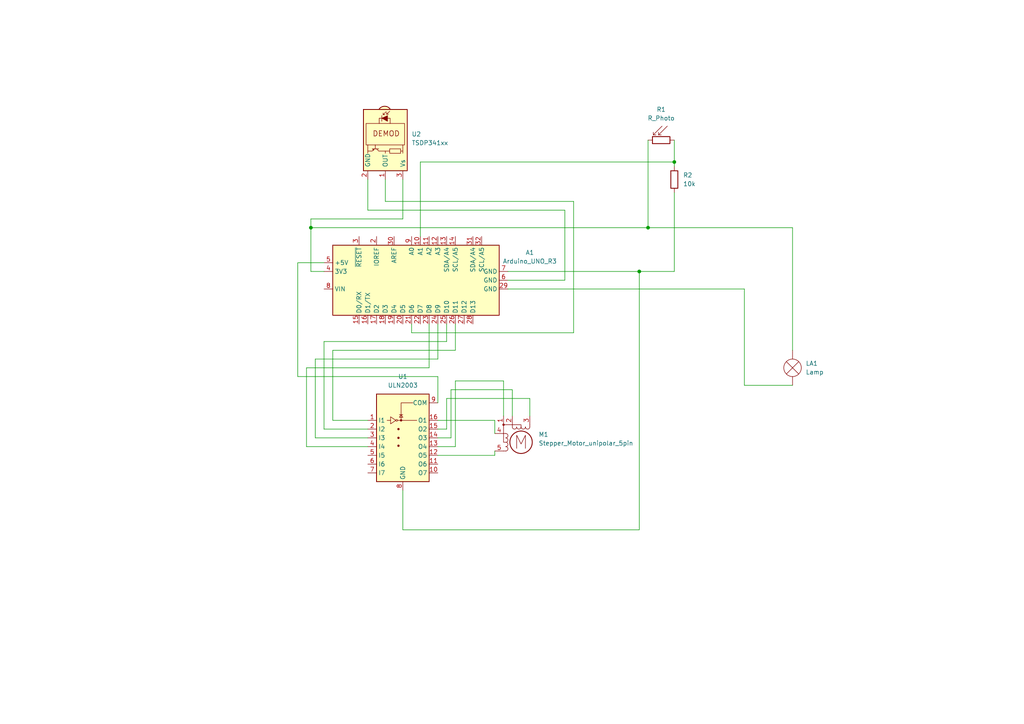
<source format=kicad_sch>
(kicad_sch
	(version 20231120)
	(generator "eeschema")
	(generator_version "8.0")
	(uuid "382047a4-38fb-4802-a530-599cc99b97b7")
	(paper "A4")
	(lib_symbols
		(symbol "Device:Lamp"
			(pin_numbers hide)
			(pin_names
				(offset 0.0254) hide)
			(exclude_from_sim no)
			(in_bom yes)
			(on_board yes)
			(property "Reference" "LA"
				(at 0.635 3.81 0)
				(effects
					(font
						(size 1.27 1.27)
					)
					(justify left)
				)
			)
			(property "Value" "Lamp"
				(at 0.635 -3.81 0)
				(effects
					(font
						(size 1.27 1.27)
					)
					(justify left)
				)
			)
			(property "Footprint" ""
				(at 0 2.54 90)
				(effects
					(font
						(size 1.27 1.27)
					)
					(hide yes)
				)
			)
			(property "Datasheet" "~"
				(at 0 2.54 90)
				(effects
					(font
						(size 1.27 1.27)
					)
					(hide yes)
				)
			)
			(property "Description" "Lamp"
				(at 0 0 0)
				(effects
					(font
						(size 1.27 1.27)
					)
					(hide yes)
				)
			)
			(property "ki_keywords" "lamp"
				(at 0 0 0)
				(effects
					(font
						(size 1.27 1.27)
					)
					(hide yes)
				)
			)
			(symbol "Lamp_0_1"
				(polyline
					(pts
						(xy -1.778 1.778) (xy 1.778 -1.778)
					)
					(stroke
						(width 0)
						(type default)
					)
					(fill
						(type none)
					)
				)
				(polyline
					(pts
						(xy 1.778 1.778) (xy -1.778 -1.778)
					)
					(stroke
						(width 0)
						(type default)
					)
					(fill
						(type none)
					)
				)
				(circle
					(center 0 0)
					(radius 2.54)
					(stroke
						(width 0)
						(type default)
					)
					(fill
						(type none)
					)
				)
			)
			(symbol "Lamp_1_1"
				(pin passive line
					(at 0 -5.08 90)
					(length 2.54)
					(name "-"
						(effects
							(font
								(size 1.27 1.27)
							)
						)
					)
					(number "1"
						(effects
							(font
								(size 1.27 1.27)
							)
						)
					)
				)
				(pin passive line
					(at 0 5.08 270)
					(length 2.54)
					(name "+"
						(effects
							(font
								(size 1.27 1.27)
							)
						)
					)
					(number "2"
						(effects
							(font
								(size 1.27 1.27)
							)
						)
					)
				)
			)
		)
		(symbol "Device:R"
			(pin_numbers hide)
			(pin_names
				(offset 0)
			)
			(exclude_from_sim no)
			(in_bom yes)
			(on_board yes)
			(property "Reference" "R"
				(at 2.032 0 90)
				(effects
					(font
						(size 1.27 1.27)
					)
				)
			)
			(property "Value" "R"
				(at 0 0 90)
				(effects
					(font
						(size 1.27 1.27)
					)
				)
			)
			(property "Footprint" ""
				(at -1.778 0 90)
				(effects
					(font
						(size 1.27 1.27)
					)
					(hide yes)
				)
			)
			(property "Datasheet" "~"
				(at 0 0 0)
				(effects
					(font
						(size 1.27 1.27)
					)
					(hide yes)
				)
			)
			(property "Description" "Resistor"
				(at 0 0 0)
				(effects
					(font
						(size 1.27 1.27)
					)
					(hide yes)
				)
			)
			(property "ki_keywords" "R res resistor"
				(at 0 0 0)
				(effects
					(font
						(size 1.27 1.27)
					)
					(hide yes)
				)
			)
			(property "ki_fp_filters" "R_*"
				(at 0 0 0)
				(effects
					(font
						(size 1.27 1.27)
					)
					(hide yes)
				)
			)
			(symbol "R_0_1"
				(rectangle
					(start -1.016 -2.54)
					(end 1.016 2.54)
					(stroke
						(width 0.254)
						(type default)
					)
					(fill
						(type none)
					)
				)
			)
			(symbol "R_1_1"
				(pin passive line
					(at 0 3.81 270)
					(length 1.27)
					(name "~"
						(effects
							(font
								(size 1.27 1.27)
							)
						)
					)
					(number "1"
						(effects
							(font
								(size 1.27 1.27)
							)
						)
					)
				)
				(pin passive line
					(at 0 -3.81 90)
					(length 1.27)
					(name "~"
						(effects
							(font
								(size 1.27 1.27)
							)
						)
					)
					(number "2"
						(effects
							(font
								(size 1.27 1.27)
							)
						)
					)
				)
			)
		)
		(symbol "Device:R_Photo"
			(pin_numbers hide)
			(pin_names
				(offset 0)
			)
			(exclude_from_sim no)
			(in_bom yes)
			(on_board yes)
			(property "Reference" "R"
				(at 1.27 1.27 0)
				(effects
					(font
						(size 1.27 1.27)
					)
					(justify left)
				)
			)
			(property "Value" "R_Photo"
				(at 1.27 0 0)
				(effects
					(font
						(size 1.27 1.27)
					)
					(justify left top)
				)
			)
			(property "Footprint" ""
				(at 1.27 -6.35 90)
				(effects
					(font
						(size 1.27 1.27)
					)
					(justify left)
					(hide yes)
				)
			)
			(property "Datasheet" "~"
				(at 0 -1.27 0)
				(effects
					(font
						(size 1.27 1.27)
					)
					(hide yes)
				)
			)
			(property "Description" "Photoresistor"
				(at 0 0 0)
				(effects
					(font
						(size 1.27 1.27)
					)
					(hide yes)
				)
			)
			(property "ki_keywords" "resistor variable light sensitive opto LDR"
				(at 0 0 0)
				(effects
					(font
						(size 1.27 1.27)
					)
					(hide yes)
				)
			)
			(property "ki_fp_filters" "*LDR* R?LDR*"
				(at 0 0 0)
				(effects
					(font
						(size 1.27 1.27)
					)
					(hide yes)
				)
			)
			(symbol "R_Photo_0_1"
				(rectangle
					(start -1.016 2.54)
					(end 1.016 -2.54)
					(stroke
						(width 0.254)
						(type default)
					)
					(fill
						(type none)
					)
				)
				(polyline
					(pts
						(xy -1.524 -2.286) (xy -4.064 0.254)
					)
					(stroke
						(width 0)
						(type default)
					)
					(fill
						(type none)
					)
				)
				(polyline
					(pts
						(xy -1.524 -2.286) (xy -2.286 -2.286)
					)
					(stroke
						(width 0)
						(type default)
					)
					(fill
						(type none)
					)
				)
				(polyline
					(pts
						(xy -1.524 -2.286) (xy -1.524 -1.524)
					)
					(stroke
						(width 0)
						(type default)
					)
					(fill
						(type none)
					)
				)
				(polyline
					(pts
						(xy -1.524 -0.762) (xy -4.064 1.778)
					)
					(stroke
						(width 0)
						(type default)
					)
					(fill
						(type none)
					)
				)
				(polyline
					(pts
						(xy -1.524 -0.762) (xy -2.286 -0.762)
					)
					(stroke
						(width 0)
						(type default)
					)
					(fill
						(type none)
					)
				)
				(polyline
					(pts
						(xy -1.524 -0.762) (xy -1.524 0)
					)
					(stroke
						(width 0)
						(type default)
					)
					(fill
						(type none)
					)
				)
			)
			(symbol "R_Photo_1_1"
				(pin passive line
					(at 0 3.81 270)
					(length 1.27)
					(name "~"
						(effects
							(font
								(size 1.27 1.27)
							)
						)
					)
					(number "1"
						(effects
							(font
								(size 1.27 1.27)
							)
						)
					)
				)
				(pin passive line
					(at 0 -3.81 90)
					(length 1.27)
					(name "~"
						(effects
							(font
								(size 1.27 1.27)
							)
						)
					)
					(number "2"
						(effects
							(font
								(size 1.27 1.27)
							)
						)
					)
				)
			)
		)
		(symbol "Interface_Optical:TSDP341xx"
			(pin_names
				(offset 1.016)
			)
			(exclude_from_sim no)
			(in_bom yes)
			(on_board yes)
			(property "Reference" "U"
				(at -10.16 7.62 0)
				(effects
					(font
						(size 1.27 1.27)
					)
					(justify left)
				)
			)
			(property "Value" "TSDP341xx"
				(at -10.16 -7.62 0)
				(effects
					(font
						(size 1.27 1.27)
					)
					(justify left)
				)
			)
			(property "Footprint" "OptoDevice:Vishay_MOLD-3Pin"
				(at -1.27 -9.525 0)
				(effects
					(font
						(size 1.27 1.27)
					)
					(hide yes)
				)
			)
			(property "Datasheet" "http://www.vishay.com/docs/82667/tsdp341.pdf"
				(at 16.51 7.62 0)
				(effects
					(font
						(size 1.27 1.27)
					)
					(hide yes)
				)
			)
			(property "Description" "IR Receiver Modules for Data Transmission"
				(at 0 0 0)
				(effects
					(font
						(size 1.27 1.27)
					)
					(hide yes)
				)
			)
			(property "ki_keywords" "opto IR receiver"
				(at 0 0 0)
				(effects
					(font
						(size 1.27 1.27)
					)
					(hide yes)
				)
			)
			(property "ki_fp_filters" "Vishay*MOLD*"
				(at 0 0 0)
				(effects
					(font
						(size 1.27 1.27)
					)
					(hide yes)
				)
			)
			(symbol "TSDP341xx_0_0"
				(arc
					(start -10.287 1.397)
					(mid -11.0899 -0.1852)
					(end -10.287 -1.778)
					(stroke
						(width 0.254)
						(type default)
					)
					(fill
						(type background)
					)
				)
				(polyline
					(pts
						(xy 1.905 -5.08) (xy 0.127 -5.08)
					)
					(stroke
						(width 0)
						(type default)
					)
					(fill
						(type none)
					)
				)
				(polyline
					(pts
						(xy 1.905 5.08) (xy 0.127 5.08)
					)
					(stroke
						(width 0)
						(type default)
					)
					(fill
						(type none)
					)
				)
				(text "DEMOD"
					(at -3.175 0.254 900)
					(effects
						(font
							(size 1.524 1.524)
						)
					)
				)
			)
			(symbol "TSDP341xx_0_1"
				(rectangle
					(start -6.096 5.588)
					(end 0.127 -5.588)
					(stroke
						(width 0)
						(type default)
					)
					(fill
						(type none)
					)
				)
				(polyline
					(pts
						(xy -8.763 0.381) (xy -9.652 1.27)
					)
					(stroke
						(width 0)
						(type default)
					)
					(fill
						(type none)
					)
				)
				(polyline
					(pts
						(xy -8.763 0.381) (xy -9.271 0.381)
					)
					(stroke
						(width 0)
						(type default)
					)
					(fill
						(type none)
					)
				)
				(polyline
					(pts
						(xy -8.763 0.381) (xy -8.763 0.889)
					)
					(stroke
						(width 0)
						(type default)
					)
					(fill
						(type none)
					)
				)
				(polyline
					(pts
						(xy -8.636 -0.635) (xy -9.525 0.254)
					)
					(stroke
						(width 0)
						(type default)
					)
					(fill
						(type none)
					)
				)
				(polyline
					(pts
						(xy -8.636 -0.635) (xy -9.144 -0.635)
					)
					(stroke
						(width 0)
						(type default)
					)
					(fill
						(type none)
					)
				)
				(polyline
					(pts
						(xy -8.636 -0.635) (xy -8.636 -0.127)
					)
					(stroke
						(width 0)
						(type default)
					)
					(fill
						(type none)
					)
				)
				(polyline
					(pts
						(xy -8.382 -1.016) (xy -6.731 -1.016)
					)
					(stroke
						(width 0)
						(type default)
					)
					(fill
						(type none)
					)
				)
				(polyline
					(pts
						(xy 1.27 -2.921) (xy 0.127 -2.921)
					)
					(stroke
						(width 0)
						(type default)
					)
					(fill
						(type none)
					)
				)
				(polyline
					(pts
						(xy 1.27 -1.905) (xy 1.27 -3.81)
					)
					(stroke
						(width 0)
						(type default)
					)
					(fill
						(type none)
					)
				)
				(polyline
					(pts
						(xy 1.397 -3.556) (xy 1.524 -3.556)
					)
					(stroke
						(width 0)
						(type default)
					)
					(fill
						(type none)
					)
				)
				(polyline
					(pts
						(xy 1.651 -3.556) (xy 1.524 -3.556)
					)
					(stroke
						(width 0)
						(type default)
					)
					(fill
						(type none)
					)
				)
				(polyline
					(pts
						(xy 1.651 -3.556) (xy 1.651 -3.302)
					)
					(stroke
						(width 0)
						(type default)
					)
					(fill
						(type none)
					)
				)
				(polyline
					(pts
						(xy 1.905 0) (xy 1.905 1.27)
					)
					(stroke
						(width 0)
						(type default)
					)
					(fill
						(type none)
					)
				)
				(polyline
					(pts
						(xy 1.905 4.445) (xy 1.905 5.08) (xy 2.54 5.08)
					)
					(stroke
						(width 0)
						(type default)
					)
					(fill
						(type none)
					)
				)
				(polyline
					(pts
						(xy -8.382 0.635) (xy -6.731 0.635) (xy -7.62 -1.016) (xy -8.382 0.635)
					)
					(stroke
						(width 0)
						(type default)
					)
					(fill
						(type outline)
					)
				)
				(polyline
					(pts
						(xy -6.096 1.397) (xy -7.62 1.397) (xy -7.62 -1.778) (xy -6.096 -1.778)
					)
					(stroke
						(width 0)
						(type default)
					)
					(fill
						(type none)
					)
				)
				(polyline
					(pts
						(xy 1.27 -3.175) (xy 1.905 -3.81) (xy 1.905 -5.08) (xy 2.54 -5.08)
					)
					(stroke
						(width 0)
						(type default)
					)
					(fill
						(type none)
					)
				)
				(polyline
					(pts
						(xy 1.27 -2.54) (xy 1.905 -1.905) (xy 1.905 0) (xy 2.54 0)
					)
					(stroke
						(width 0)
						(type default)
					)
					(fill
						(type none)
					)
				)
				(rectangle
					(start 2.54 1.27)
					(end 1.27 4.445)
					(stroke
						(width 0)
						(type default)
					)
					(fill
						(type none)
					)
				)
				(rectangle
					(start 7.62 6.35)
					(end -10.16 -6.35)
					(stroke
						(width 0.254)
						(type default)
					)
					(fill
						(type background)
					)
				)
			)
			(symbol "TSDP341xx_1_1"
				(pin output line
					(at 10.16 0 180)
					(length 2.54)
					(name "OUT"
						(effects
							(font
								(size 1.27 1.27)
							)
						)
					)
					(number "1"
						(effects
							(font
								(size 1.27 1.27)
							)
						)
					)
				)
				(pin power_in line
					(at 10.16 -5.08 180)
					(length 2.54)
					(name "GND"
						(effects
							(font
								(size 1.27 1.27)
							)
						)
					)
					(number "2"
						(effects
							(font
								(size 1.27 1.27)
							)
						)
					)
				)
				(pin power_in line
					(at 10.16 5.08 180)
					(length 2.54)
					(name "Vs"
						(effects
							(font
								(size 1.27 1.27)
							)
						)
					)
					(number "3"
						(effects
							(font
								(size 1.27 1.27)
							)
						)
					)
				)
			)
		)
		(symbol "MCU_Module:Arduino_UNO_R3"
			(exclude_from_sim no)
			(in_bom yes)
			(on_board yes)
			(property "Reference" "A"
				(at -10.16 23.495 0)
				(effects
					(font
						(size 1.27 1.27)
					)
					(justify left bottom)
				)
			)
			(property "Value" "Arduino_UNO_R3"
				(at 5.08 -26.67 0)
				(effects
					(font
						(size 1.27 1.27)
					)
					(justify left top)
				)
			)
			(property "Footprint" "Module:Arduino_UNO_R3"
				(at 0 0 0)
				(effects
					(font
						(size 1.27 1.27)
						(italic yes)
					)
					(hide yes)
				)
			)
			(property "Datasheet" "https://www.arduino.cc/en/Main/arduinoBoardUno"
				(at 0 0 0)
				(effects
					(font
						(size 1.27 1.27)
					)
					(hide yes)
				)
			)
			(property "Description" "Arduino UNO Microcontroller Module, release 3"
				(at 0 0 0)
				(effects
					(font
						(size 1.27 1.27)
					)
					(hide yes)
				)
			)
			(property "ki_keywords" "Arduino UNO R3 Microcontroller Module Atmel AVR USB"
				(at 0 0 0)
				(effects
					(font
						(size 1.27 1.27)
					)
					(hide yes)
				)
			)
			(property "ki_fp_filters" "Arduino*UNO*R3*"
				(at 0 0 0)
				(effects
					(font
						(size 1.27 1.27)
					)
					(hide yes)
				)
			)
			(symbol "Arduino_UNO_R3_0_1"
				(rectangle
					(start -10.16 22.86)
					(end 10.16 -25.4)
					(stroke
						(width 0.254)
						(type default)
					)
					(fill
						(type background)
					)
				)
			)
			(symbol "Arduino_UNO_R3_1_1"
				(pin no_connect line
					(at -10.16 -20.32 0)
					(length 2.54) hide
					(name "NC"
						(effects
							(font
								(size 1.27 1.27)
							)
						)
					)
					(number "1"
						(effects
							(font
								(size 1.27 1.27)
							)
						)
					)
				)
				(pin bidirectional line
					(at 12.7 -2.54 180)
					(length 2.54)
					(name "A1"
						(effects
							(font
								(size 1.27 1.27)
							)
						)
					)
					(number "10"
						(effects
							(font
								(size 1.27 1.27)
							)
						)
					)
				)
				(pin bidirectional line
					(at 12.7 -5.08 180)
					(length 2.54)
					(name "A2"
						(effects
							(font
								(size 1.27 1.27)
							)
						)
					)
					(number "11"
						(effects
							(font
								(size 1.27 1.27)
							)
						)
					)
				)
				(pin bidirectional line
					(at 12.7 -7.62 180)
					(length 2.54)
					(name "A3"
						(effects
							(font
								(size 1.27 1.27)
							)
						)
					)
					(number "12"
						(effects
							(font
								(size 1.27 1.27)
							)
						)
					)
				)
				(pin bidirectional line
					(at 12.7 -10.16 180)
					(length 2.54)
					(name "SDA/A4"
						(effects
							(font
								(size 1.27 1.27)
							)
						)
					)
					(number "13"
						(effects
							(font
								(size 1.27 1.27)
							)
						)
					)
				)
				(pin bidirectional line
					(at 12.7 -12.7 180)
					(length 2.54)
					(name "SCL/A5"
						(effects
							(font
								(size 1.27 1.27)
							)
						)
					)
					(number "14"
						(effects
							(font
								(size 1.27 1.27)
							)
						)
					)
				)
				(pin bidirectional line
					(at -12.7 15.24 0)
					(length 2.54)
					(name "D0/RX"
						(effects
							(font
								(size 1.27 1.27)
							)
						)
					)
					(number "15"
						(effects
							(font
								(size 1.27 1.27)
							)
						)
					)
				)
				(pin bidirectional line
					(at -12.7 12.7 0)
					(length 2.54)
					(name "D1/TX"
						(effects
							(font
								(size 1.27 1.27)
							)
						)
					)
					(number "16"
						(effects
							(font
								(size 1.27 1.27)
							)
						)
					)
				)
				(pin bidirectional line
					(at -12.7 10.16 0)
					(length 2.54)
					(name "D2"
						(effects
							(font
								(size 1.27 1.27)
							)
						)
					)
					(number "17"
						(effects
							(font
								(size 1.27 1.27)
							)
						)
					)
				)
				(pin bidirectional line
					(at -12.7 7.62 0)
					(length 2.54)
					(name "D3"
						(effects
							(font
								(size 1.27 1.27)
							)
						)
					)
					(number "18"
						(effects
							(font
								(size 1.27 1.27)
							)
						)
					)
				)
				(pin bidirectional line
					(at -12.7 5.08 0)
					(length 2.54)
					(name "D4"
						(effects
							(font
								(size 1.27 1.27)
							)
						)
					)
					(number "19"
						(effects
							(font
								(size 1.27 1.27)
							)
						)
					)
				)
				(pin output line
					(at 12.7 10.16 180)
					(length 2.54)
					(name "IOREF"
						(effects
							(font
								(size 1.27 1.27)
							)
						)
					)
					(number "2"
						(effects
							(font
								(size 1.27 1.27)
							)
						)
					)
				)
				(pin bidirectional line
					(at -12.7 2.54 0)
					(length 2.54)
					(name "D5"
						(effects
							(font
								(size 1.27 1.27)
							)
						)
					)
					(number "20"
						(effects
							(font
								(size 1.27 1.27)
							)
						)
					)
				)
				(pin bidirectional line
					(at -12.7 0 0)
					(length 2.54)
					(name "D6"
						(effects
							(font
								(size 1.27 1.27)
							)
						)
					)
					(number "21"
						(effects
							(font
								(size 1.27 1.27)
							)
						)
					)
				)
				(pin bidirectional line
					(at -12.7 -2.54 0)
					(length 2.54)
					(name "D7"
						(effects
							(font
								(size 1.27 1.27)
							)
						)
					)
					(number "22"
						(effects
							(font
								(size 1.27 1.27)
							)
						)
					)
				)
				(pin bidirectional line
					(at -12.7 -5.08 0)
					(length 2.54)
					(name "D8"
						(effects
							(font
								(size 1.27 1.27)
							)
						)
					)
					(number "23"
						(effects
							(font
								(size 1.27 1.27)
							)
						)
					)
				)
				(pin bidirectional line
					(at -12.7 -7.62 0)
					(length 2.54)
					(name "D9"
						(effects
							(font
								(size 1.27 1.27)
							)
						)
					)
					(number "24"
						(effects
							(font
								(size 1.27 1.27)
							)
						)
					)
				)
				(pin bidirectional line
					(at -12.7 -10.16 0)
					(length 2.54)
					(name "D10"
						(effects
							(font
								(size 1.27 1.27)
							)
						)
					)
					(number "25"
						(effects
							(font
								(size 1.27 1.27)
							)
						)
					)
				)
				(pin bidirectional line
					(at -12.7 -12.7 0)
					(length 2.54)
					(name "D11"
						(effects
							(font
								(size 1.27 1.27)
							)
						)
					)
					(number "26"
						(effects
							(font
								(size 1.27 1.27)
							)
						)
					)
				)
				(pin bidirectional line
					(at -12.7 -15.24 0)
					(length 2.54)
					(name "D12"
						(effects
							(font
								(size 1.27 1.27)
							)
						)
					)
					(number "27"
						(effects
							(font
								(size 1.27 1.27)
							)
						)
					)
				)
				(pin bidirectional line
					(at -12.7 -17.78 0)
					(length 2.54)
					(name "D13"
						(effects
							(font
								(size 1.27 1.27)
							)
						)
					)
					(number "28"
						(effects
							(font
								(size 1.27 1.27)
							)
						)
					)
				)
				(pin power_in line
					(at -2.54 -27.94 90)
					(length 2.54)
					(name "GND"
						(effects
							(font
								(size 1.27 1.27)
							)
						)
					)
					(number "29"
						(effects
							(font
								(size 1.27 1.27)
							)
						)
					)
				)
				(pin input line
					(at 12.7 15.24 180)
					(length 2.54)
					(name "~{RESET}"
						(effects
							(font
								(size 1.27 1.27)
							)
						)
					)
					(number "3"
						(effects
							(font
								(size 1.27 1.27)
							)
						)
					)
				)
				(pin input line
					(at 12.7 5.08 180)
					(length 2.54)
					(name "AREF"
						(effects
							(font
								(size 1.27 1.27)
							)
						)
					)
					(number "30"
						(effects
							(font
								(size 1.27 1.27)
							)
						)
					)
				)
				(pin bidirectional line
					(at 12.7 -17.78 180)
					(length 2.54)
					(name "SDA/A4"
						(effects
							(font
								(size 1.27 1.27)
							)
						)
					)
					(number "31"
						(effects
							(font
								(size 1.27 1.27)
							)
						)
					)
				)
				(pin bidirectional line
					(at 12.7 -20.32 180)
					(length 2.54)
					(name "SCL/A5"
						(effects
							(font
								(size 1.27 1.27)
							)
						)
					)
					(number "32"
						(effects
							(font
								(size 1.27 1.27)
							)
						)
					)
				)
				(pin power_out line
					(at 2.54 25.4 270)
					(length 2.54)
					(name "3V3"
						(effects
							(font
								(size 1.27 1.27)
							)
						)
					)
					(number "4"
						(effects
							(font
								(size 1.27 1.27)
							)
						)
					)
				)
				(pin power_out line
					(at 5.08 25.4 270)
					(length 2.54)
					(name "+5V"
						(effects
							(font
								(size 1.27 1.27)
							)
						)
					)
					(number "5"
						(effects
							(font
								(size 1.27 1.27)
							)
						)
					)
				)
				(pin power_in line
					(at 0 -27.94 90)
					(length 2.54)
					(name "GND"
						(effects
							(font
								(size 1.27 1.27)
							)
						)
					)
					(number "6"
						(effects
							(font
								(size 1.27 1.27)
							)
						)
					)
				)
				(pin power_in line
					(at 2.54 -27.94 90)
					(length 2.54)
					(name "GND"
						(effects
							(font
								(size 1.27 1.27)
							)
						)
					)
					(number "7"
						(effects
							(font
								(size 1.27 1.27)
							)
						)
					)
				)
				(pin power_in line
					(at -2.54 25.4 270)
					(length 2.54)
					(name "VIN"
						(effects
							(font
								(size 1.27 1.27)
							)
						)
					)
					(number "8"
						(effects
							(font
								(size 1.27 1.27)
							)
						)
					)
				)
				(pin bidirectional line
					(at 12.7 0 180)
					(length 2.54)
					(name "A0"
						(effects
							(font
								(size 1.27 1.27)
							)
						)
					)
					(number "9"
						(effects
							(font
								(size 1.27 1.27)
							)
						)
					)
				)
			)
		)
		(symbol "Motor:Stepper_Motor_unipolar_5pin"
			(pin_names
				(offset 0) hide)
			(exclude_from_sim no)
			(in_bom yes)
			(on_board yes)
			(property "Reference" "M"
				(at 3.81 2.54 0)
				(effects
					(font
						(size 1.27 1.27)
					)
					(justify left)
				)
			)
			(property "Value" "Stepper_Motor_unipolar_5pin"
				(at 3.81 1.27 0)
				(effects
					(font
						(size 1.27 1.27)
					)
					(justify left top)
				)
			)
			(property "Footprint" ""
				(at 0.254 -0.254 0)
				(effects
					(font
						(size 1.27 1.27)
					)
					(hide yes)
				)
			)
			(property "Datasheet" "http://www.infineon.com/dgdl/Application-Note-TLE8110EE_driving_UniPolarStepperMotor_V1.1.pdf?fileId=db3a30431be39b97011be5d0aa0a00b0"
				(at 0.254 -0.254 0)
				(effects
					(font
						(size 1.27 1.27)
					)
					(hide yes)
				)
			)
			(property "Description" "5-wire unipolar stepper motor"
				(at 0 0 0)
				(effects
					(font
						(size 1.27 1.27)
					)
					(hide yes)
				)
			)
			(property "ki_keywords" "unipolar stepper motor"
				(at 0 0 0)
				(effects
					(font
						(size 1.27 1.27)
					)
					(hide yes)
				)
			)
			(property "ki_fp_filters" "PinHeader*P2.54mm* TerminalBlock*"
				(at 0 0 0)
				(effects
					(font
						(size 1.27 1.27)
					)
					(hide yes)
				)
			)
			(symbol "Stepper_Motor_unipolar_5pin_0_0"
				(polyline
					(pts
						(xy -1.27 -1.778) (xy -1.27 2.032) (xy 0 -0.508) (xy 1.27 2.032) (xy 1.27 -1.778)
					)
					(stroke
						(width 0)
						(type default)
					)
					(fill
						(type none)
					)
				)
			)
			(symbol "Stepper_Motor_unipolar_5pin_0_1"
				(circle
					(center -5.08 5.08)
					(radius 0.0001)
					(stroke
						(width 0)
						(type default)
					)
					(fill
						(type outline)
					)
				)
				(circle
					(center -5.08 5.08)
					(radius 0.254)
					(stroke
						(width 0)
						(type default)
					)
					(fill
						(type outline)
					)
				)
				(arc
					(start -4.445 -2.54)
					(mid -3.8127 -1.905)
					(end -4.445 -1.27)
					(stroke
						(width 0)
						(type default)
					)
					(fill
						(type none)
					)
				)
				(arc
					(start -4.445 -1.27)
					(mid -3.8127 -0.635)
					(end -4.445 0)
					(stroke
						(width 0)
						(type default)
					)
					(fill
						(type none)
					)
				)
				(arc
					(start -4.445 0)
					(mid -3.8127 0.635)
					(end -4.445 1.27)
					(stroke
						(width 0)
						(type default)
					)
					(fill
						(type none)
					)
				)
				(arc
					(start -4.445 1.27)
					(mid -3.8127 1.905)
					(end -4.445 2.54)
					(stroke
						(width 0)
						(type default)
					)
					(fill
						(type none)
					)
				)
				(arc
					(start -2.54 4.445)
					(mid -1.905 3.8127)
					(end -1.27 4.445)
					(stroke
						(width 0)
						(type default)
					)
					(fill
						(type none)
					)
				)
				(arc
					(start -1.27 4.445)
					(mid -0.635 3.8127)
					(end 0 4.445)
					(stroke
						(width 0)
						(type default)
					)
					(fill
						(type none)
					)
				)
				(polyline
					(pts
						(xy -5.08 -2.54) (xy -4.445 -2.54)
					)
					(stroke
						(width 0)
						(type default)
					)
					(fill
						(type none)
					)
				)
				(polyline
					(pts
						(xy -5.08 2.54) (xy -4.445 2.54)
					)
					(stroke
						(width 0)
						(type default)
					)
					(fill
						(type none)
					)
				)
				(polyline
					(pts
						(xy -2.54 4.445) (xy -2.54 5.08)
					)
					(stroke
						(width 0)
						(type default)
					)
					(fill
						(type none)
					)
				)
				(polyline
					(pts
						(xy 2.54 4.445) (xy 2.54 5.08)
					)
					(stroke
						(width 0)
						(type default)
					)
					(fill
						(type none)
					)
				)
				(polyline
					(pts
						(xy -5.08 5.08) (xy -5.08 0) (xy -4.445 0)
					)
					(stroke
						(width 0)
						(type default)
					)
					(fill
						(type none)
					)
				)
				(polyline
					(pts
						(xy 0 4.445) (xy 0 5.08) (xy -5.08 5.08)
					)
					(stroke
						(width 0)
						(type default)
					)
					(fill
						(type none)
					)
				)
				(circle
					(center 0 0)
					(radius 3.2512)
					(stroke
						(width 0.254)
						(type default)
					)
					(fill
						(type none)
					)
				)
				(arc
					(start 0 4.445)
					(mid 0.635 3.8127)
					(end 1.27 4.445)
					(stroke
						(width 0)
						(type default)
					)
					(fill
						(type none)
					)
				)
				(arc
					(start 1.27 4.445)
					(mid 1.905 3.8127)
					(end 2.54 4.445)
					(stroke
						(width 0)
						(type default)
					)
					(fill
						(type none)
					)
				)
			)
			(symbol "Stepper_Motor_unipolar_5pin_1_1"
				(pin passive line
					(at -5.08 7.62 270)
					(length 2.54)
					(name "~"
						(effects
							(font
								(size 1.27 1.27)
							)
						)
					)
					(number "1"
						(effects
							(font
								(size 1.27 1.27)
							)
						)
					)
				)
				(pin passive line
					(at -2.54 7.62 270)
					(length 2.54)
					(name "~"
						(effects
							(font
								(size 1.27 1.27)
							)
						)
					)
					(number "2"
						(effects
							(font
								(size 1.27 1.27)
							)
						)
					)
				)
				(pin passive line
					(at 2.54 7.62 270)
					(length 2.54)
					(name "-"
						(effects
							(font
								(size 1.27 1.27)
							)
						)
					)
					(number "3"
						(effects
							(font
								(size 1.27 1.27)
							)
						)
					)
				)
				(pin passive line
					(at -7.62 2.54 0)
					(length 2.54)
					(name "~"
						(effects
							(font
								(size 1.27 1.27)
							)
						)
					)
					(number "4"
						(effects
							(font
								(size 1.27 1.27)
							)
						)
					)
				)
				(pin passive line
					(at -7.62 -2.54 0)
					(length 2.54)
					(name "~"
						(effects
							(font
								(size 1.27 1.27)
							)
						)
					)
					(number "5"
						(effects
							(font
								(size 1.27 1.27)
							)
						)
					)
				)
			)
		)
		(symbol "Transistor_Array:ULN2003"
			(exclude_from_sim no)
			(in_bom yes)
			(on_board yes)
			(property "Reference" "U"
				(at 0 15.875 0)
				(effects
					(font
						(size 1.27 1.27)
					)
				)
			)
			(property "Value" "ULN2003"
				(at 0 13.97 0)
				(effects
					(font
						(size 1.27 1.27)
					)
				)
			)
			(property "Footprint" ""
				(at 1.27 -13.97 0)
				(effects
					(font
						(size 1.27 1.27)
					)
					(justify left)
					(hide yes)
				)
			)
			(property "Datasheet" "http://www.ti.com/lit/ds/symlink/uln2003a.pdf"
				(at 2.54 -5.08 0)
				(effects
					(font
						(size 1.27 1.27)
					)
					(hide yes)
				)
			)
			(property "Description" "High Voltage, High Current Darlington Transistor Arrays, SOIC16/SOIC16W/DIP16/TSSOP16"
				(at 0 0 0)
				(effects
					(font
						(size 1.27 1.27)
					)
					(hide yes)
				)
			)
			(property "ki_keywords" "darlington transistor array"
				(at 0 0 0)
				(effects
					(font
						(size 1.27 1.27)
					)
					(hide yes)
				)
			)
			(property "ki_fp_filters" "DIP*W7.62mm* SOIC*3.9x9.9mm*P1.27mm* SSOP*4.4x5.2mm*P0.65mm* TSSOP*4.4x5mm*P0.65mm* SOIC*W*5.3x10.2mm*P1.27mm*"
				(at 0 0 0)
				(effects
					(font
						(size 1.27 1.27)
					)
					(hide yes)
				)
			)
			(symbol "ULN2003_0_1"
				(rectangle
					(start -7.62 -12.7)
					(end 7.62 12.7)
					(stroke
						(width 0.254)
						(type default)
					)
					(fill
						(type background)
					)
				)
				(circle
					(center -1.778 5.08)
					(radius 0.254)
					(stroke
						(width 0)
						(type default)
					)
					(fill
						(type none)
					)
				)
				(circle
					(center -1.27 -2.286)
					(radius 0.254)
					(stroke
						(width 0)
						(type default)
					)
					(fill
						(type outline)
					)
				)
				(circle
					(center -1.27 0)
					(radius 0.254)
					(stroke
						(width 0)
						(type default)
					)
					(fill
						(type outline)
					)
				)
				(circle
					(center -1.27 2.54)
					(radius 0.254)
					(stroke
						(width 0)
						(type default)
					)
					(fill
						(type outline)
					)
				)
				(circle
					(center -0.508 5.08)
					(radius 0.254)
					(stroke
						(width 0)
						(type default)
					)
					(fill
						(type outline)
					)
				)
				(polyline
					(pts
						(xy -4.572 5.08) (xy -3.556 5.08)
					)
					(stroke
						(width 0)
						(type default)
					)
					(fill
						(type none)
					)
				)
				(polyline
					(pts
						(xy -1.524 5.08) (xy 4.064 5.08)
					)
					(stroke
						(width 0)
						(type default)
					)
					(fill
						(type none)
					)
				)
				(polyline
					(pts
						(xy 0 6.731) (xy -1.016 6.731)
					)
					(stroke
						(width 0)
						(type default)
					)
					(fill
						(type none)
					)
				)
				(polyline
					(pts
						(xy -0.508 5.08) (xy -0.508 10.16) (xy 2.921 10.16)
					)
					(stroke
						(width 0)
						(type default)
					)
					(fill
						(type none)
					)
				)
				(polyline
					(pts
						(xy -3.556 6.096) (xy -3.556 4.064) (xy -2.032 5.08) (xy -3.556 6.096)
					)
					(stroke
						(width 0)
						(type default)
					)
					(fill
						(type none)
					)
				)
				(polyline
					(pts
						(xy 0 5.969) (xy -1.016 5.969) (xy -0.508 6.731) (xy 0 5.969)
					)
					(stroke
						(width 0)
						(type default)
					)
					(fill
						(type none)
					)
				)
			)
			(symbol "ULN2003_1_1"
				(pin input line
					(at -10.16 5.08 0)
					(length 2.54)
					(name "I1"
						(effects
							(font
								(size 1.27 1.27)
							)
						)
					)
					(number "1"
						(effects
							(font
								(size 1.27 1.27)
							)
						)
					)
				)
				(pin open_collector line
					(at 10.16 -10.16 180)
					(length 2.54)
					(name "O7"
						(effects
							(font
								(size 1.27 1.27)
							)
						)
					)
					(number "10"
						(effects
							(font
								(size 1.27 1.27)
							)
						)
					)
				)
				(pin open_collector line
					(at 10.16 -7.62 180)
					(length 2.54)
					(name "O6"
						(effects
							(font
								(size 1.27 1.27)
							)
						)
					)
					(number "11"
						(effects
							(font
								(size 1.27 1.27)
							)
						)
					)
				)
				(pin open_collector line
					(at 10.16 -5.08 180)
					(length 2.54)
					(name "O5"
						(effects
							(font
								(size 1.27 1.27)
							)
						)
					)
					(number "12"
						(effects
							(font
								(size 1.27 1.27)
							)
						)
					)
				)
				(pin open_collector line
					(at 10.16 -2.54 180)
					(length 2.54)
					(name "O4"
						(effects
							(font
								(size 1.27 1.27)
							)
						)
					)
					(number "13"
						(effects
							(font
								(size 1.27 1.27)
							)
						)
					)
				)
				(pin open_collector line
					(at 10.16 0 180)
					(length 2.54)
					(name "O3"
						(effects
							(font
								(size 1.27 1.27)
							)
						)
					)
					(number "14"
						(effects
							(font
								(size 1.27 1.27)
							)
						)
					)
				)
				(pin open_collector line
					(at 10.16 2.54 180)
					(length 2.54)
					(name "O2"
						(effects
							(font
								(size 1.27 1.27)
							)
						)
					)
					(number "15"
						(effects
							(font
								(size 1.27 1.27)
							)
						)
					)
				)
				(pin open_collector line
					(at 10.16 5.08 180)
					(length 2.54)
					(name "O1"
						(effects
							(font
								(size 1.27 1.27)
							)
						)
					)
					(number "16"
						(effects
							(font
								(size 1.27 1.27)
							)
						)
					)
				)
				(pin input line
					(at -10.16 2.54 0)
					(length 2.54)
					(name "I2"
						(effects
							(font
								(size 1.27 1.27)
							)
						)
					)
					(number "2"
						(effects
							(font
								(size 1.27 1.27)
							)
						)
					)
				)
				(pin input line
					(at -10.16 0 0)
					(length 2.54)
					(name "I3"
						(effects
							(font
								(size 1.27 1.27)
							)
						)
					)
					(number "3"
						(effects
							(font
								(size 1.27 1.27)
							)
						)
					)
				)
				(pin input line
					(at -10.16 -2.54 0)
					(length 2.54)
					(name "I4"
						(effects
							(font
								(size 1.27 1.27)
							)
						)
					)
					(number "4"
						(effects
							(font
								(size 1.27 1.27)
							)
						)
					)
				)
				(pin input line
					(at -10.16 -5.08 0)
					(length 2.54)
					(name "I5"
						(effects
							(font
								(size 1.27 1.27)
							)
						)
					)
					(number "5"
						(effects
							(font
								(size 1.27 1.27)
							)
						)
					)
				)
				(pin input line
					(at -10.16 -7.62 0)
					(length 2.54)
					(name "I6"
						(effects
							(font
								(size 1.27 1.27)
							)
						)
					)
					(number "6"
						(effects
							(font
								(size 1.27 1.27)
							)
						)
					)
				)
				(pin input line
					(at -10.16 -10.16 0)
					(length 2.54)
					(name "I7"
						(effects
							(font
								(size 1.27 1.27)
							)
						)
					)
					(number "7"
						(effects
							(font
								(size 1.27 1.27)
							)
						)
					)
				)
				(pin power_in line
					(at 0 -15.24 90)
					(length 2.54)
					(name "GND"
						(effects
							(font
								(size 1.27 1.27)
							)
						)
					)
					(number "8"
						(effects
							(font
								(size 1.27 1.27)
							)
						)
					)
				)
				(pin passive line
					(at 10.16 10.16 180)
					(length 2.54)
					(name "COM"
						(effects
							(font
								(size 1.27 1.27)
							)
						)
					)
					(number "9"
						(effects
							(font
								(size 1.27 1.27)
							)
						)
					)
				)
			)
		)
	)
	(junction
		(at 185.42 78.74)
		(diameter 0)
		(color 0 0 0 0)
		(uuid "1b04131a-387b-42e0-ad4e-0b1f928e1659")
	)
	(junction
		(at 90.17 66.04)
		(diameter 0)
		(color 0 0 0 0)
		(uuid "28ce4e91-3506-4769-a08c-a1aab7805af8")
	)
	(junction
		(at 195.58 46.99)
		(diameter 0)
		(color 0 0 0 0)
		(uuid "5064afce-8c99-4bb3-b4c0-9b8c0d2abfe2")
	)
	(junction
		(at 187.96 66.04)
		(diameter 0)
		(color 0 0 0 0)
		(uuid "ef0fecae-af45-4430-be46-af76d0b65868")
	)
	(wire
		(pts
			(xy 86.36 76.2) (xy 93.98 76.2)
		)
		(stroke
			(width 0)
			(type default)
		)
		(uuid "06367a93-8c8d-4cc1-ae17-a98c9b3727b3")
	)
	(wire
		(pts
			(xy 93.98 99.06) (xy 93.98 124.46)
		)
		(stroke
			(width 0)
			(type default)
		)
		(uuid "09e882b7-baa4-4f6b-a591-57885fe4594a")
	)
	(wire
		(pts
			(xy 166.37 96.52) (xy 166.37 58.42)
		)
		(stroke
			(width 0)
			(type default)
		)
		(uuid "0a3174a8-baf5-4bec-bdd8-91d2b2d320c3")
	)
	(wire
		(pts
			(xy 121.92 46.99) (xy 195.58 46.99)
		)
		(stroke
			(width 0)
			(type default)
		)
		(uuid "0dc30b67-1613-4bde-9eaa-5d8a3d39d74c")
	)
	(wire
		(pts
			(xy 119.38 96.52) (xy 166.37 96.52)
		)
		(stroke
			(width 0)
			(type default)
		)
		(uuid "0fe2a957-2911-4adf-aa6f-bbcd085a8faa")
	)
	(wire
		(pts
			(xy 229.87 101.6) (xy 229.87 66.04)
		)
		(stroke
			(width 0)
			(type default)
		)
		(uuid "144c1a45-eb3a-40c2-afd7-df4f0a33f3e1")
	)
	(wire
		(pts
			(xy 132.08 129.54) (xy 127 129.54)
		)
		(stroke
			(width 0)
			(type default)
		)
		(uuid "150e787b-e32d-496b-a752-cf97842f7463")
	)
	(wire
		(pts
			(xy 132.08 110.49) (xy 132.08 129.54)
		)
		(stroke
			(width 0)
			(type default)
		)
		(uuid "17075eb8-812b-4fc0-830c-ae495444fe59")
	)
	(wire
		(pts
			(xy 163.83 60.96) (xy 163.83 81.28)
		)
		(stroke
			(width 0)
			(type default)
		)
		(uuid "1a16258c-3cc8-480f-b4d9-8592c6ee742f")
	)
	(wire
		(pts
			(xy 91.44 104.14) (xy 91.44 127)
		)
		(stroke
			(width 0)
			(type default)
		)
		(uuid "1b73828e-a5ef-47b5-87e4-dc26160b11ac")
	)
	(wire
		(pts
			(xy 129.54 99.06) (xy 93.98 99.06)
		)
		(stroke
			(width 0)
			(type default)
		)
		(uuid "1f09e347-33de-4e57-80fb-d1c4869f0ec5")
	)
	(wire
		(pts
			(xy 143.51 132.08) (xy 127 132.08)
		)
		(stroke
			(width 0)
			(type default)
		)
		(uuid "20ef9c75-22d9-4d7d-860f-8bff7e9776b1")
	)
	(wire
		(pts
			(xy 111.76 58.42) (xy 111.76 52.07)
		)
		(stroke
			(width 0)
			(type default)
		)
		(uuid "24652803-bfb0-4c0e-a8cf-d34c70ab9858")
	)
	(wire
		(pts
			(xy 127 104.14) (xy 91.44 104.14)
		)
		(stroke
			(width 0)
			(type default)
		)
		(uuid "24ce4bd3-003d-474c-a781-243a9c66bb8c")
	)
	(wire
		(pts
			(xy 132.08 101.6) (xy 96.52 101.6)
		)
		(stroke
			(width 0)
			(type default)
		)
		(uuid "28704358-13a5-4046-93b9-dc2c9dd38cbc")
	)
	(wire
		(pts
			(xy 187.96 40.64) (xy 187.96 66.04)
		)
		(stroke
			(width 0)
			(type default)
		)
		(uuid "2e8c0256-9eb1-45e5-b86d-b2648f44816d")
	)
	(wire
		(pts
			(xy 116.84 63.5) (xy 116.84 52.07)
		)
		(stroke
			(width 0)
			(type default)
		)
		(uuid "395467c2-51f3-40f1-b7da-44a576958530")
	)
	(wire
		(pts
			(xy 187.96 66.04) (xy 90.17 66.04)
		)
		(stroke
			(width 0)
			(type default)
		)
		(uuid "3d879516-c0bb-43e6-8231-03655e65e53e")
	)
	(wire
		(pts
			(xy 130.81 113.03) (xy 130.81 127)
		)
		(stroke
			(width 0)
			(type default)
		)
		(uuid "421ea104-f39b-4087-974c-b93283ff25a3")
	)
	(wire
		(pts
			(xy 106.68 52.07) (xy 106.68 60.96)
		)
		(stroke
			(width 0)
			(type default)
		)
		(uuid "44421d8e-1dda-42b6-9d48-02850c195d63")
	)
	(wire
		(pts
			(xy 96.52 121.92) (xy 106.68 121.92)
		)
		(stroke
			(width 0)
			(type default)
		)
		(uuid "45506773-27f3-4c01-8761-0dc7163c13e3")
	)
	(wire
		(pts
			(xy 185.42 78.74) (xy 185.42 153.67)
		)
		(stroke
			(width 0)
			(type default)
		)
		(uuid "4f6b47ef-5321-409e-b720-5bf5409628ec")
	)
	(wire
		(pts
			(xy 116.84 153.67) (xy 116.84 142.24)
		)
		(stroke
			(width 0)
			(type default)
		)
		(uuid "53979d93-9961-4059-96c5-8a36a2223003")
	)
	(wire
		(pts
			(xy 119.38 93.98) (xy 119.38 96.52)
		)
		(stroke
			(width 0)
			(type default)
		)
		(uuid "56ab93ab-cbae-4ff0-9600-62d0b6941f0f")
	)
	(wire
		(pts
			(xy 229.87 66.04) (xy 187.96 66.04)
		)
		(stroke
			(width 0)
			(type default)
		)
		(uuid "580ae391-2af0-4f8f-99aa-d9dfbbd43540")
	)
	(wire
		(pts
			(xy 90.17 63.5) (xy 90.17 66.04)
		)
		(stroke
			(width 0)
			(type default)
		)
		(uuid "5dee229f-030b-4a85-bd12-1bc9ea58d910")
	)
	(wire
		(pts
			(xy 147.32 83.82) (xy 215.9 83.82)
		)
		(stroke
			(width 0)
			(type default)
		)
		(uuid "5e2e4f6f-df0a-42db-99c5-dc4c1711a4df")
	)
	(wire
		(pts
			(xy 153.67 115.57) (xy 129.54 115.57)
		)
		(stroke
			(width 0)
			(type default)
		)
		(uuid "643b9798-fda9-473d-80b3-64a903bf8552")
	)
	(wire
		(pts
			(xy 129.54 93.98) (xy 129.54 99.06)
		)
		(stroke
			(width 0)
			(type default)
		)
		(uuid "65b14bc5-e0fc-4405-a4b8-4a41e1f0d546")
	)
	(wire
		(pts
			(xy 91.44 127) (xy 106.68 127)
		)
		(stroke
			(width 0)
			(type default)
		)
		(uuid "66f2f052-1a2c-4580-bfbc-bcff0def0259")
	)
	(wire
		(pts
			(xy 195.58 40.64) (xy 195.58 46.99)
		)
		(stroke
			(width 0)
			(type default)
		)
		(uuid "6a09079f-cbba-4f93-8226-fd438e2773d6")
	)
	(wire
		(pts
			(xy 143.51 132.08) (xy 143.51 130.81)
		)
		(stroke
			(width 0)
			(type default)
		)
		(uuid "6ac4e6f4-49f9-494a-adb6-d5fdbbbe5874")
	)
	(wire
		(pts
			(xy 127 93.98) (xy 127 104.14)
		)
		(stroke
			(width 0)
			(type default)
		)
		(uuid "6eb59961-d925-4536-8ab1-bf84987fdae2")
	)
	(wire
		(pts
			(xy 93.98 78.74) (xy 90.17 78.74)
		)
		(stroke
			(width 0)
			(type default)
		)
		(uuid "71a1c2c5-dbdf-48c4-a581-8d2c36d83734")
	)
	(wire
		(pts
			(xy 185.42 153.67) (xy 116.84 153.67)
		)
		(stroke
			(width 0)
			(type default)
		)
		(uuid "73092f78-38cb-463e-ab09-ad1045aee175")
	)
	(wire
		(pts
			(xy 93.98 124.46) (xy 106.68 124.46)
		)
		(stroke
			(width 0)
			(type default)
		)
		(uuid "746f987c-6cd5-4c50-8a48-fce1e5e1a118")
	)
	(wire
		(pts
			(xy 121.92 68.58) (xy 121.92 46.99)
		)
		(stroke
			(width 0)
			(type default)
		)
		(uuid "74d6af35-b94a-4b26-a74c-54d255bbf0a5")
	)
	(wire
		(pts
			(xy 124.46 93.98) (xy 124.46 106.68)
		)
		(stroke
			(width 0)
			(type default)
		)
		(uuid "76a3496e-60d7-4c8c-b549-ab7523c85788")
	)
	(wire
		(pts
			(xy 124.46 106.68) (xy 88.9 106.68)
		)
		(stroke
			(width 0)
			(type default)
		)
		(uuid "790daaf4-b156-4939-b40e-9c7ee7c5154f")
	)
	(wire
		(pts
			(xy 195.58 78.74) (xy 185.42 78.74)
		)
		(stroke
			(width 0)
			(type default)
		)
		(uuid "85d649b6-b99b-4a19-ad13-b4f5eeabfb6f")
	)
	(wire
		(pts
			(xy 163.83 81.28) (xy 147.32 81.28)
		)
		(stroke
			(width 0)
			(type default)
		)
		(uuid "8af0d185-340c-4ef5-bc6a-0919c088736b")
	)
	(wire
		(pts
			(xy 88.9 129.54) (xy 106.68 129.54)
		)
		(stroke
			(width 0)
			(type default)
		)
		(uuid "8b05b0a0-c97e-40fc-a7b4-6e225fa422d8")
	)
	(wire
		(pts
			(xy 166.37 58.42) (xy 111.76 58.42)
		)
		(stroke
			(width 0)
			(type default)
		)
		(uuid "8fa39eab-9110-41e7-b208-71f05aebdb4d")
	)
	(wire
		(pts
			(xy 132.08 93.98) (xy 132.08 101.6)
		)
		(stroke
			(width 0)
			(type default)
		)
		(uuid "8fedc87d-1c6a-4fc5-b9f8-55987abc6012")
	)
	(wire
		(pts
			(xy 129.54 115.57) (xy 129.54 124.46)
		)
		(stroke
			(width 0)
			(type default)
		)
		(uuid "9bb7c737-4579-4aa0-8242-5b98dafa82dc")
	)
	(wire
		(pts
			(xy 153.67 120.65) (xy 153.67 115.57)
		)
		(stroke
			(width 0)
			(type default)
		)
		(uuid "9ce18a3e-2a2b-4bf0-8b87-9fdd6867dd44")
	)
	(wire
		(pts
			(xy 86.36 109.22) (xy 86.36 76.2)
		)
		(stroke
			(width 0)
			(type default)
		)
		(uuid "9edf1579-8204-4fa4-8d33-e345c024be93")
	)
	(wire
		(pts
			(xy 127 109.22) (xy 86.36 109.22)
		)
		(stroke
			(width 0)
			(type default)
		)
		(uuid "ab9c53ca-13dd-457e-bfdc-36413fb9862c")
	)
	(wire
		(pts
			(xy 127 121.92) (xy 143.51 121.92)
		)
		(stroke
			(width 0)
			(type default)
		)
		(uuid "ac064d04-ec39-41a8-969f-4d0baa3c702b")
	)
	(wire
		(pts
			(xy 129.54 124.46) (xy 127 124.46)
		)
		(stroke
			(width 0)
			(type default)
		)
		(uuid "af31cab5-483d-4d57-9413-76d4d8cc527d")
	)
	(wire
		(pts
			(xy 148.59 113.03) (xy 130.81 113.03)
		)
		(stroke
			(width 0)
			(type default)
		)
		(uuid "c3b26f4b-658c-459a-8a93-ae0c5be3ac95")
	)
	(wire
		(pts
			(xy 96.52 101.6) (xy 96.52 121.92)
		)
		(stroke
			(width 0)
			(type default)
		)
		(uuid "c89c40ab-8a66-4988-a50f-b1c6055df25a")
	)
	(wire
		(pts
			(xy 127 116.84) (xy 127 109.22)
		)
		(stroke
			(width 0)
			(type default)
		)
		(uuid "cb15faf6-d588-4e23-abef-5953aead20ed")
	)
	(wire
		(pts
			(xy 146.05 110.49) (xy 132.08 110.49)
		)
		(stroke
			(width 0)
			(type default)
		)
		(uuid "ce589efd-4626-4fb9-816c-f8a456256465")
	)
	(wire
		(pts
			(xy 130.81 127) (xy 127 127)
		)
		(stroke
			(width 0)
			(type default)
		)
		(uuid "d045a303-04f3-4855-b1c5-104ee168ec58")
	)
	(wire
		(pts
			(xy 90.17 63.5) (xy 116.84 63.5)
		)
		(stroke
			(width 0)
			(type default)
		)
		(uuid "d5d1798a-c780-47bc-a4b4-224ec1b4bec1")
	)
	(wire
		(pts
			(xy 88.9 106.68) (xy 88.9 129.54)
		)
		(stroke
			(width 0)
			(type default)
		)
		(uuid "de4643b0-a67a-4f5d-a22f-aaad29b7aa47")
	)
	(wire
		(pts
			(xy 90.17 66.04) (xy 90.17 78.74)
		)
		(stroke
			(width 0)
			(type default)
		)
		(uuid "e1a04609-dcde-4ee5-982d-c4f494d6cb1c")
	)
	(wire
		(pts
			(xy 147.32 78.74) (xy 185.42 78.74)
		)
		(stroke
			(width 0)
			(type default)
		)
		(uuid "f0a19f2f-491c-4fdb-be6a-0cb75a972860")
	)
	(wire
		(pts
			(xy 146.05 120.65) (xy 146.05 110.49)
		)
		(stroke
			(width 0)
			(type default)
		)
		(uuid "f1263cab-8dae-42ec-9e1a-9cc493b8a410")
	)
	(wire
		(pts
			(xy 195.58 46.99) (xy 195.58 48.26)
		)
		(stroke
			(width 0)
			(type default)
		)
		(uuid "f26e9b71-3524-4718-94da-baed13a62da0")
	)
	(wire
		(pts
			(xy 106.68 60.96) (xy 163.83 60.96)
		)
		(stroke
			(width 0)
			(type default)
		)
		(uuid "f3bbbf66-5dc8-4d2f-90fb-8dc170e4dd33")
	)
	(wire
		(pts
			(xy 148.59 120.65) (xy 148.59 113.03)
		)
		(stroke
			(width 0)
			(type default)
		)
		(uuid "f5007e77-cbcc-4ee4-af44-7626a7edc2d0")
	)
	(wire
		(pts
			(xy 215.9 83.82) (xy 215.9 111.76)
		)
		(stroke
			(width 0)
			(type default)
		)
		(uuid "fb0dcd2d-9e44-4a93-be2a-da599a867c1b")
	)
	(wire
		(pts
			(xy 143.51 121.92) (xy 143.51 125.73)
		)
		(stroke
			(width 0)
			(type default)
		)
		(uuid "fb8bf0c1-3a98-4aa3-b75b-f3a2c63d7774")
	)
	(wire
		(pts
			(xy 195.58 55.88) (xy 195.58 78.74)
		)
		(stroke
			(width 0)
			(type default)
		)
		(uuid "fe00d883-aa66-4d4f-800d-29a3674e5fb0")
	)
	(wire
		(pts
			(xy 215.9 111.76) (xy 229.87 111.76)
		)
		(stroke
			(width 0)
			(type default)
		)
		(uuid "fe8439d1-e3f0-4d5c-ac8e-f438f61ac3ae")
	)
	(symbol
		(lib_id "Device:Lamp")
		(at 229.87 106.68 0)
		(unit 1)
		(exclude_from_sim no)
		(in_bom yes)
		(on_board yes)
		(dnp no)
		(fields_autoplaced yes)
		(uuid "0ead7c2a-36b4-4cca-9a67-096fe71abb4f")
		(property "Reference" "LA1"
			(at 233.68 105.4099 0)
			(effects
				(font
					(size 1.27 1.27)
				)
				(justify left)
			)
		)
		(property "Value" "Lamp"
			(at 233.68 107.9499 0)
			(effects
				(font
					(size 1.27 1.27)
				)
				(justify left)
			)
		)
		(property "Footprint" ""
			(at 229.87 104.14 90)
			(effects
				(font
					(size 1.27 1.27)
				)
				(hide yes)
			)
		)
		(property "Datasheet" "~"
			(at 229.87 104.14 90)
			(effects
				(font
					(size 1.27 1.27)
				)
				(hide yes)
			)
		)
		(property "Description" "Lamp"
			(at 229.87 106.68 0)
			(effects
				(font
					(size 1.27 1.27)
				)
				(hide yes)
			)
		)
		(pin "1"
			(uuid "bcf83632-4a9b-4ccd-9ae6-5c2f237a2091")
		)
		(pin "2"
			(uuid "0b41c133-e8f1-4e13-bcfd-c375a2e7b111")
		)
		(instances
			(project "Proiect_mt"
				(path "/382047a4-38fb-4802-a530-599cc99b97b7"
					(reference "LA1")
					(unit 1)
				)
			)
		)
	)
	(symbol
		(lib_id "Interface_Optical:TSDP341xx")
		(at 111.76 41.91 270)
		(unit 1)
		(exclude_from_sim no)
		(in_bom yes)
		(on_board yes)
		(dnp no)
		(fields_autoplaced yes)
		(uuid "1f027bec-1376-4fe7-a999-35f95f2cb92c")
		(property "Reference" "U2"
			(at 119.38 38.9049 90)
			(effects
				(font
					(size 1.27 1.27)
				)
				(justify left)
			)
		)
		(property "Value" "TSDP341xx"
			(at 119.38 41.4449 90)
			(effects
				(font
					(size 1.27 1.27)
				)
				(justify left)
			)
		)
		(property "Footprint" "OptoDevice:Vishay_MOLD-3Pin"
			(at 102.235 40.64 0)
			(effects
				(font
					(size 1.27 1.27)
				)
				(hide yes)
			)
		)
		(property "Datasheet" "http://www.vishay.com/docs/82667/tsdp341.pdf"
			(at 119.38 58.42 0)
			(effects
				(font
					(size 1.27 1.27)
				)
				(hide yes)
			)
		)
		(property "Description" "IR Receiver Modules for Data Transmission"
			(at 111.76 41.91 0)
			(effects
				(font
					(size 1.27 1.27)
				)
				(hide yes)
			)
		)
		(pin "1"
			(uuid "d8030ec6-ad23-4d00-8b5d-a9840a8b2819")
		)
		(pin "3"
			(uuid "16776a57-eb09-43ea-85a4-07abea2d3ce0")
		)
		(pin "2"
			(uuid "c64e9a97-11aa-400e-be44-19618b304fc6")
		)
		(instances
			(project "Proiect_mt"
				(path "/382047a4-38fb-4802-a530-599cc99b97b7"
					(reference "U2")
					(unit 1)
				)
			)
		)
	)
	(symbol
		(lib_id "Device:R")
		(at 195.58 52.07 0)
		(unit 1)
		(exclude_from_sim no)
		(in_bom yes)
		(on_board yes)
		(dnp no)
		(fields_autoplaced yes)
		(uuid "65176a53-61bd-465a-8e84-3ea63f2c88e5")
		(property "Reference" "R2"
			(at 198.12 50.7999 0)
			(effects
				(font
					(size 1.27 1.27)
				)
				(justify left)
			)
		)
		(property "Value" "10k"
			(at 198.12 53.3399 0)
			(effects
				(font
					(size 1.27 1.27)
				)
				(justify left)
			)
		)
		(property "Footprint" ""
			(at 193.802 52.07 90)
			(effects
				(font
					(size 1.27 1.27)
				)
				(hide yes)
			)
		)
		(property "Datasheet" "~"
			(at 195.58 52.07 0)
			(effects
				(font
					(size 1.27 1.27)
				)
				(hide yes)
			)
		)
		(property "Description" "Resistor"
			(at 195.58 52.07 0)
			(effects
				(font
					(size 1.27 1.27)
				)
				(hide yes)
			)
		)
		(pin "1"
			(uuid "b69b77ac-4a8f-4ea3-8d17-257bb143b1d3")
		)
		(pin "2"
			(uuid "92580255-3386-458d-b7d3-1d6820cd5a55")
		)
		(instances
			(project "Proiect_mt"
				(path "/382047a4-38fb-4802-a530-599cc99b97b7"
					(reference "R2")
					(unit 1)
				)
			)
		)
	)
	(symbol
		(lib_id "MCU_Module:Arduino_UNO_R3")
		(at 119.38 81.28 90)
		(unit 1)
		(exclude_from_sim no)
		(in_bom yes)
		(on_board yes)
		(dnp no)
		(fields_autoplaced yes)
		(uuid "761debb2-29e9-481b-8179-7495b02ed89e")
		(property "Reference" "A1"
			(at 153.67 73.2438 90)
			(effects
				(font
					(size 1.27 1.27)
				)
			)
		)
		(property "Value" "Arduino_UNO_R3"
			(at 153.67 75.7838 90)
			(effects
				(font
					(size 1.27 1.27)
				)
			)
		)
		(property "Footprint" "Module:Arduino_UNO_R3"
			(at 119.38 81.28 0)
			(effects
				(font
					(size 1.27 1.27)
					(italic yes)
				)
				(hide yes)
			)
		)
		(property "Datasheet" "https://www.arduino.cc/en/Main/arduinoBoardUno"
			(at 119.38 81.28 0)
			(effects
				(font
					(size 1.27 1.27)
				)
				(hide yes)
			)
		)
		(property "Description" "Arduino UNO Microcontroller Module, release 3"
			(at 119.38 81.28 0)
			(effects
				(font
					(size 1.27 1.27)
				)
				(hide yes)
			)
		)
		(pin "5"
			(uuid "f30c0271-ee5a-47a0-9667-69182ef49612")
		)
		(pin "10"
			(uuid "09a82c99-31e6-4c54-81ff-3e26fcff15c1")
		)
		(pin "22"
			(uuid "f2a40298-e385-4e07-b617-6cd1ed23dc3e")
		)
		(pin "3"
			(uuid "7e8e0b8a-09e5-4493-a1cd-cfbb74cca78b")
		)
		(pin "2"
			(uuid "d956d427-fd58-48df-a986-654604a332f8")
		)
		(pin "30"
			(uuid "a0cf51b5-fd39-4519-b5a6-ac6ff568891c")
		)
		(pin "14"
			(uuid "75d43fbb-1049-46ef-8089-07aa64ce1767")
		)
		(pin "15"
			(uuid "da4e6a40-a313-48a9-9d51-6d0feffb1de0")
		)
		(pin "23"
			(uuid "0afa6ea7-b7c3-467b-95ee-81d1b856ab7c")
		)
		(pin "1"
			(uuid "e8915f67-414d-4b3f-af84-7a34b6e518eb")
		)
		(pin "25"
			(uuid "62f524e0-21c3-4d01-9829-9556ef0cd212")
		)
		(pin "32"
			(uuid "461e1858-9a75-41bf-89f0-012fe293409e")
		)
		(pin "26"
			(uuid "cadcc65f-6ffe-4dea-9996-3012b7d71ed3")
		)
		(pin "17"
			(uuid "88085659-a7de-4f6b-8f92-6d2184d38bfe")
		)
		(pin "18"
			(uuid "3de46480-8925-4ca0-a1de-446b517dec4a")
		)
		(pin "9"
			(uuid "53b41c65-9c04-46a4-a993-9f0772f5c73a")
		)
		(pin "11"
			(uuid "0a273224-90ee-4b9c-92ac-589ef6da3787")
		)
		(pin "7"
			(uuid "c2d83906-237e-4973-9944-52e674e7e60d")
		)
		(pin "24"
			(uuid "1590a4f9-be86-4cc0-a635-16f08299e639")
		)
		(pin "4"
			(uuid "9f13e991-9dbe-4cca-a349-2bf95b61632d")
		)
		(pin "12"
			(uuid "478be799-d19a-43c8-897e-700cbecb72a7")
		)
		(pin "16"
			(uuid "290e6bca-ac79-4f58-9176-0aaa77c20037")
		)
		(pin "8"
			(uuid "92abad62-ea8b-48c3-a0fe-adfaf94a4a95")
		)
		(pin "13"
			(uuid "77e2c8f2-66d4-4404-9c82-b1251b4133c5")
		)
		(pin "29"
			(uuid "669676f3-73af-4838-aa9b-ed0fa404514d")
		)
		(pin "20"
			(uuid "b03dc027-37a6-4174-b809-cec3d4aac470")
		)
		(pin "19"
			(uuid "04e47eb5-8001-40f6-984b-2b01a66c1f09")
		)
		(pin "27"
			(uuid "9fce1341-5dc0-4e09-bab2-09a332cd1a7e")
		)
		(pin "6"
			(uuid "9abd9f2d-ddda-4071-9c1c-d1c1454602c5")
		)
		(pin "21"
			(uuid "f29eac46-28f0-4b91-a6f2-d538e18a6ce2")
		)
		(pin "28"
			(uuid "92a0312d-6485-4909-8a2f-0a968e93f588")
		)
		(pin "31"
			(uuid "7136851b-d215-4300-903a-486f7133e28d")
		)
		(instances
			(project "Proiect_mt"
				(path "/382047a4-38fb-4802-a530-599cc99b97b7"
					(reference "A1")
					(unit 1)
				)
			)
		)
	)
	(symbol
		(lib_id "Motor:Stepper_Motor_unipolar_5pin")
		(at 151.13 128.27 0)
		(unit 1)
		(exclude_from_sim no)
		(in_bom yes)
		(on_board yes)
		(dnp no)
		(fields_autoplaced yes)
		(uuid "8858b74b-f15b-40dc-9e73-c37e447b8bb3")
		(property "Reference" "M1"
			(at 156.21 126.022 0)
			(effects
				(font
					(size 1.27 1.27)
				)
				(justify left)
			)
		)
		(property "Value" "Stepper_Motor_unipolar_5pin"
			(at 156.21 128.562 0)
			(effects
				(font
					(size 1.27 1.27)
				)
				(justify left)
			)
		)
		(property "Footprint" ""
			(at 151.384 128.524 0)
			(effects
				(font
					(size 1.27 1.27)
				)
				(hide yes)
			)
		)
		(property "Datasheet" "http://www.infineon.com/dgdl/Application-Note-TLE8110EE_driving_UniPolarStepperMotor_V1.1.pdf?fileId=db3a30431be39b97011be5d0aa0a00b0"
			(at 151.384 128.524 0)
			(effects
				(font
					(size 1.27 1.27)
				)
				(hide yes)
			)
		)
		(property "Description" "5-wire unipolar stepper motor"
			(at 151.13 128.27 0)
			(effects
				(font
					(size 1.27 1.27)
				)
				(hide yes)
			)
		)
		(pin "4"
			(uuid "ea01b552-ce2b-440d-8940-5b93774b3dd3")
		)
		(pin "2"
			(uuid "26b8c615-7f5b-49b8-8ace-812ed62b7c4b")
		)
		(pin "1"
			(uuid "ce2db30f-dc9c-4f86-85ad-c95af966535f")
		)
		(pin "3"
			(uuid "05d287f4-4f31-4105-8a7b-829aac746ce4")
		)
		(pin "5"
			(uuid "37c69449-393c-4d0f-80cb-bb91ab8f006e")
		)
		(instances
			(project "Proiect_mt"
				(path "/382047a4-38fb-4802-a530-599cc99b97b7"
					(reference "M1")
					(unit 1)
				)
			)
		)
	)
	(symbol
		(lib_id "Transistor_Array:ULN2003")
		(at 116.84 127 0)
		(unit 1)
		(exclude_from_sim no)
		(in_bom yes)
		(on_board yes)
		(dnp no)
		(fields_autoplaced yes)
		(uuid "dc2f3985-e456-4f6f-b730-60ef3ebcc17a")
		(property "Reference" "U1"
			(at 116.84 109.22 0)
			(effects
				(font
					(size 1.27 1.27)
				)
			)
		)
		(property "Value" "ULN2003"
			(at 116.84 111.76 0)
			(effects
				(font
					(size 1.27 1.27)
				)
			)
		)
		(property "Footprint" ""
			(at 118.11 140.97 0)
			(effects
				(font
					(size 1.27 1.27)
				)
				(justify left)
				(hide yes)
			)
		)
		(property "Datasheet" "http://www.ti.com/lit/ds/symlink/uln2003a.pdf"
			(at 119.38 132.08 0)
			(effects
				(font
					(size 1.27 1.27)
				)
				(hide yes)
			)
		)
		(property "Description" "High Voltage, High Current Darlington Transistor Arrays, SOIC16/SOIC16W/DIP16/TSSOP16"
			(at 116.84 127 0)
			(effects
				(font
					(size 1.27 1.27)
				)
				(hide yes)
			)
		)
		(pin "4"
			(uuid "f4ef8088-c8a0-436d-81d0-3c98e6a03134")
		)
		(pin "15"
			(uuid "ce3db4c1-4f2e-4371-8957-bce00161a39b")
		)
		(pin "5"
			(uuid "1c7237d8-d8f7-49f0-a947-5fb3399cb59f")
		)
		(pin "14"
			(uuid "8b86c13f-a873-4495-9ae4-5e9c61af557b")
		)
		(pin "7"
			(uuid "2e1f3140-1916-4c5c-9b28-bab678acef07")
		)
		(pin "1"
			(uuid "479f7990-1b75-43b0-b541-b78f20e1dc57")
		)
		(pin "9"
			(uuid "9dd887bb-cd71-447f-967c-0c48e6341aba")
		)
		(pin "13"
			(uuid "9c452aac-3674-45c4-a546-eda1761d036e")
		)
		(pin "11"
			(uuid "de49e6b5-f2a8-4860-b58a-ab66ea7980e3")
		)
		(pin "2"
			(uuid "76258710-7baa-4180-850e-4d99761372d8")
		)
		(pin "10"
			(uuid "4ec0bd86-9896-409d-bd13-610103604486")
		)
		(pin "12"
			(uuid "28b54946-26ad-4ce8-8dba-8a82bc9dbd23")
		)
		(pin "16"
			(uuid "4456df71-8865-43e7-9a27-5a84553533df")
		)
		(pin "3"
			(uuid "e4d9cdd3-0fc4-4b16-bff5-2eb6c81ed2bc")
		)
		(pin "8"
			(uuid "4b532835-0e9b-47d2-9a3a-bd3e0cc687bc")
		)
		(pin "6"
			(uuid "07d92a4e-1285-481b-82ff-3d615743d951")
		)
		(instances
			(project "Proiect_mt"
				(path "/382047a4-38fb-4802-a530-599cc99b97b7"
					(reference "U1")
					(unit 1)
				)
			)
		)
	)
	(symbol
		(lib_id "Device:R_Photo")
		(at 191.77 40.64 270)
		(unit 1)
		(exclude_from_sim no)
		(in_bom yes)
		(on_board yes)
		(dnp no)
		(fields_autoplaced yes)
		(uuid "f3a5af6a-6f0f-43b2-ac14-d7db8ea5e7fb")
		(property "Reference" "R1"
			(at 191.77 31.75 90)
			(effects
				(font
					(size 1.27 1.27)
				)
			)
		)
		(property "Value" "R_Photo"
			(at 191.77 34.29 90)
			(effects
				(font
					(size 1.27 1.27)
				)
			)
		)
		(property "Footprint" ""
			(at 185.42 41.91 90)
			(effects
				(font
					(size 1.27 1.27)
				)
				(justify left)
				(hide yes)
			)
		)
		(property "Datasheet" "~"
			(at 190.5 40.64 0)
			(effects
				(font
					(size 1.27 1.27)
				)
				(hide yes)
			)
		)
		(property "Description" "Photoresistor"
			(at 191.77 40.64 0)
			(effects
				(font
					(size 1.27 1.27)
				)
				(hide yes)
			)
		)
		(pin "2"
			(uuid "98c323a5-2ceb-4acc-a0bb-3e2fcf0c3505")
		)
		(pin "1"
			(uuid "9d1bb169-e02b-4082-ba63-c8bc67e5b170")
		)
		(instances
			(project "Proiect_mt"
				(path "/382047a4-38fb-4802-a530-599cc99b97b7"
					(reference "R1")
					(unit 1)
				)
			)
		)
	)
	(sheet_instances
		(path "/"
			(page "1")
		)
	)
)
</source>
